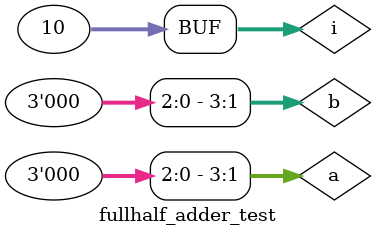
<source format=v>
module fullhalf_adder_test;
	reg [3:0] a, b;
	reg cin;
	wire [3:0] sum;
	wire carry;
	integer i;

	fulladder4b fa0(.a (a), .b (b), .cin (cin), .carry (carry), .sum (sum));

	initial begin
		a <= 0;
		b <= 0;
		cin <= 0;
		//this section loops ten times to create random test cases
		//the display portion displays the test case in binary and decimal (for checking purpose)
		for (i = 0; i < 10; i = i + 1) begin
			#10 a <= $random;
			    b <= $random;
				cin <= $random;
		end
	end

	initial begin
		$monitor ("%t | a=%b | b=%b | cin=%b | sum=%b | carry=%b", $time, a, b, cin, sum, carry);
		$dumpfile("fullhalf_adder.vcd");
		$dumpvars();
		$display("\t\ttime");
	end
endmodule

</source>
